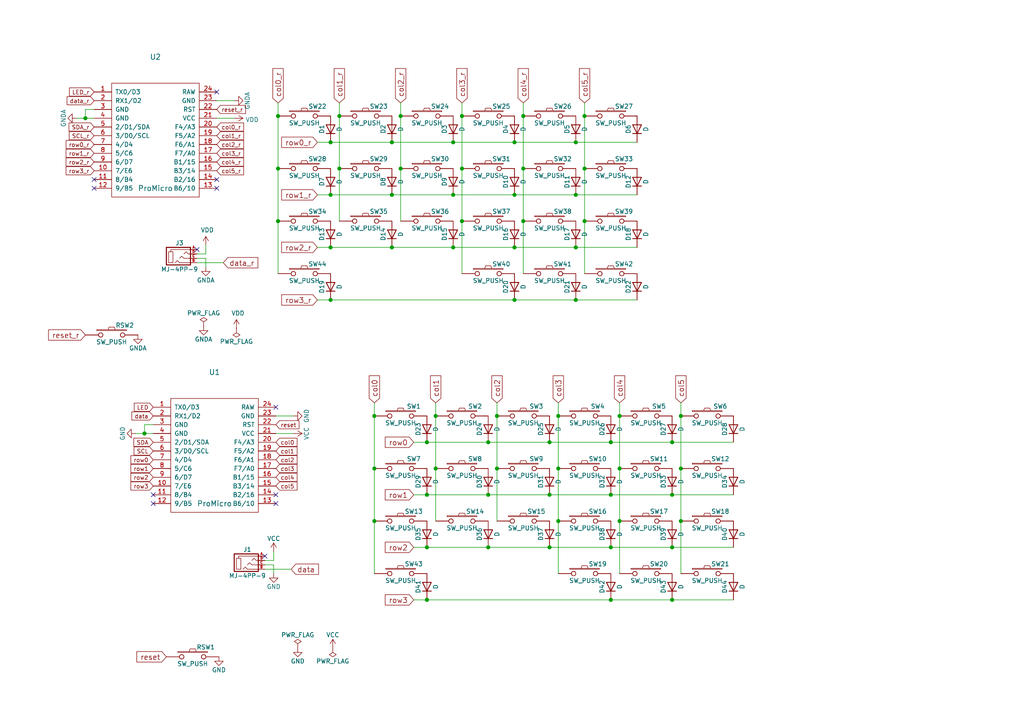
<source format=kicad_sch>
(kicad_sch (version 20210621) (generator eeschema)
  (paper "A4")
  (lib_symbols
    (symbol "Device:D" (pin_numbers hide) (pin_names (offset 1.016) hide)
      (property "Reference" "D" (at 0 2.54 0))
      (property "Value" "D" (at 0 -2.54 0))
      (symbol "D_0_1"
        (polyline (pts (xy -1.27 1.27) (xy -1.27 -1.27)) (stroke (width 0.254)))
        (polyline (pts (xy 1.27 0) (xy -1.27 0)))
        (polyline (pts (xy 1.27 1.27) (xy 1.27 -1.27) (xy -1.27 0) (xy 1.27 1.27)) (stroke (width 0.254)))
      )
      (symbol "D_1_1"
        (pin passive line (at -3.81 0 0) (length 2.54) (name "K") (number "1"))
        (pin passive line (at 3.81 0 180) (length 2.54) (name "A") (number "2"))
      )
    )
    (symbol "kbd:MJ-4PP-9" (pin_names (offset 1.016))
      (property "Reference" "J" (at 0 3.81 0))
      (property "Value" "MJ-4PP-9" (at 0 -3.81 0))
      (symbol "MJ-4PP-9_0_1"
        (rectangle (start -1.905 -1.905) (end -3.175 1.27))
        (rectangle (start 3.175 2.54) (end -3.81 -2.54) (stroke (width 0.3048)))
        (polyline (pts (xy -2.54 1.27) (xy -2.54 1.905) (xy 3.175 1.905)))
        (polyline (pts (xy -1.27 -1.905) (xy -0.635 -1.27) (xy 0 -1.905) (xy 3.175 -1.905)))
        (polyline (pts (xy 0 -0.635) (xy 0.635 0) (xy 1.27 -0.635) (xy 3.175 -0.635)))
        (polyline (pts (xy 1.27 0.635) (xy 1.905 1.27) (xy 2.54 0.635) (xy 3.175 0.635)))
      )
      (symbol "MJ-4PP-9_1_1"
        (pin input line (at 5.08 1.905 180) (length 2.0066) (name "~") (number "A"))
        (pin input line (at 5.08 -1.905 180) (length 2.0066) (name "~") (number "B"))
        (pin input line (at 5.08 -0.635 180) (length 2.0066) (name "~") (number "C"))
        (pin input line (at 5.08 0.635 180) (length 2.0066) (name "~") (number "D"))
      )
    )
    (symbol "kbd:ProMicro" (pin_names (offset 1.016))
      (property "Reference" "U" (at 0 19.05 0))
      (property "Value" "ProMicro" (at 0 -19.05 0))
      (symbol "ProMicro_0_1"
        (rectangle (start -12.7 16.51) (end 12.7 -16.51))
      )
      (symbol "ProMicro_1_1"
        (pin bidirectional line (at -17.78 13.97 0) (length 5.08) (name "TX0/D3") (number "1"))
        (pin bidirectional line (at -17.78 -8.89 0) (length 5.08) (name "7/E6") (number "10"))
        (pin bidirectional line (at -17.78 -11.43 0) (length 5.08) (name "8/B4") (number "11"))
        (pin bidirectional line (at -17.78 -13.97 0) (length 5.08) (name "9/B5") (number "12"))
        (pin bidirectional line (at 17.78 -13.97 180) (length 5.08) (name "B6/10") (number "13"))
        (pin bidirectional line (at 17.78 -11.43 180) (length 5.08) (name "B2/16") (number "14"))
        (pin bidirectional line (at 17.78 -8.89 180) (length 5.08) (name "B3/14") (number "15"))
        (pin bidirectional line (at 17.78 -6.35 180) (length 5.08) (name "B1/15") (number "16"))
        (pin bidirectional line (at 17.78 -3.81 180) (length 5.08) (name "F7/A0") (number "17"))
        (pin bidirectional line (at 17.78 -1.27 180) (length 5.08) (name "F6/A1") (number "18"))
        (pin bidirectional line (at 17.78 1.27 180) (length 5.08) (name "F5/A2") (number "19"))
        (pin bidirectional line (at -17.78 11.43 0) (length 5.08) (name "RX1/D2") (number "2"))
        (pin bidirectional line (at 17.78 3.81 180) (length 5.08) (name "F4/A3") (number "20"))
        (pin power_in line (at 17.78 6.35 180) (length 5.08) (name "VCC") (number "21"))
        (pin input line (at 17.78 8.89 180) (length 5.08) (name "RST") (number "22"))
        (pin power_in line (at 17.78 11.43 180) (length 5.08) (name "GND") (number "23"))
        (pin power_out line (at 17.78 13.97 180) (length 5.08) (name "RAW") (number "24"))
        (pin power_in line (at -17.78 8.89 0) (length 5.08) (name "GND") (number "3"))
        (pin power_in line (at -17.78 6.35 0) (length 5.08) (name "GND") (number "4"))
        (pin bidirectional line (at -17.78 3.81 0) (length 5.08) (name "2/D1/SDA") (number "5"))
        (pin bidirectional line (at -17.78 1.27 0) (length 5.08) (name "3/D0/SCL") (number "6"))
        (pin bidirectional line (at -17.78 -1.27 0) (length 5.08) (name "4/D4") (number "7"))
        (pin bidirectional line (at -17.78 -3.81 0) (length 5.08) (name "5/C6") (number "8"))
        (pin bidirectional line (at -17.78 -6.35 0) (length 5.08) (name "6/D7") (number "9"))
      )
    )
    (symbol "kbd:SW_PUSH" (pin_numbers hide) (pin_names (offset 1.016) hide)
      (property "Reference" "SW" (at 3.81 2.794 0))
      (property "Value" "SW_PUSH" (at 0 -2.032 0))
      (symbol "SW_PUSH_0_1"
        (rectangle (start -4.318 1.27) (end 4.318 1.524))
        (polyline (pts (xy -1.016 1.524) (xy -0.762 2.286) (xy 0.762 2.286) (xy 1.016 1.524)))
        (pin passive inverted (at -7.62 0 0) (length 5.08) (name "1") (number "1"))
        (pin passive inverted (at 7.62 0 180) (length 5.08) (name "2") (number "2"))
      )
    )
    (symbol "power:GND" (power) (pin_names (offset 0))
      (property "Value" "GND" (at 0 -3.81 0))
      (symbol "GND_0_1"
        (polyline (pts (xy 0 0) (xy 0 -1.27) (xy 1.27 -1.27) (xy 0 -2.54) (xy -1.27 -1.27) (xy 0 -1.27)))
      )
      (symbol "GND_1_1"
        (pin power_in line (at 0 0 270) (length 0) hide (name "GND") (number "1"))
      )
    )
    (symbol "power:GNDA" (power) (pin_names (offset 0))
      (property "Value" "GNDA" (at 0 -3.81 0))
      (symbol "GNDA_0_1"
        (polyline (pts (xy 0 0) (xy 0 -1.27) (xy 1.27 -1.27) (xy 0 -2.54) (xy -1.27 -1.27) (xy 0 -1.27)))
      )
      (symbol "GNDA_1_1"
        (pin power_in line (at 0 0 270) (length 0) hide (name "GNDA") (number "1"))
      )
    )
    (symbol "power:PWR_FLAG" (power) (pin_numbers hide) (pin_names (offset 0) hide)
      (property "Value" "PWR_FLAG" (at 0 3.81 0))
      (symbol "PWR_FLAG_0_0"
        (pin power_out line (at 0 0 90) (length 0) (name "pwr") (number "1"))
      )
      (symbol "PWR_FLAG_0_1"
        (polyline (pts (xy 0 0) (xy 0 1.27) (xy -1.016 1.905) (xy 0 2.54) (xy 1.016 1.905) (xy 0 1.27)))
      )
    )
    (symbol "power:VCC" (power) (pin_names (offset 0))
      (property "Value" "VCC" (at 0 3.81 0))
      (symbol "VCC_0_1"
        (polyline (pts (xy -0.762 1.27) (xy 0 2.54)))
        (polyline (pts (xy 0 0) (xy 0 2.54)))
        (polyline (pts (xy 0 2.54) (xy 0.762 1.27)))
      )
      (symbol "VCC_1_1"
        (pin power_in line (at 0 0 90) (length 0) hide (name "VCC") (number "1"))
      )
    )
    (symbol "power:VDD" (power) (pin_names (offset 0))
      (property "Value" "VDD" (at 0 3.81 0))
      (symbol "VDD_0_1"
        (polyline (pts (xy -0.762 1.27) (xy 0 2.54)))
        (polyline (pts (xy 0 0) (xy 0 2.54)))
        (polyline (pts (xy 0 2.54) (xy 0.762 1.27)))
      )
      (symbol "VDD_1_1"
        (pin power_in line (at 0 0 90) (length 0) hide (name "VDD") (number "1"))
      )
    )
  )
  (junction (at 24.765 34.29) (diameter 1.016))
  (junction (at 41.91 125.73) (diameter 1.016))
  (junction (at 80.645 33.655) (diameter 1.016))
  (junction (at 80.645 48.895) (diameter 1.016))
  (junction (at 80.645 64.135) (diameter 1.016))
  (junction (at 95.885 41.275) (diameter 1.016))
  (junction (at 95.885 56.515) (diameter 1.016))
  (junction (at 95.885 71.755) (diameter 1.016))
  (junction (at 95.885 86.995) (diameter 1.016))
  (junction (at 98.425 33.655) (diameter 1.016))
  (junction (at 98.425 48.895) (diameter 1.016))
  (junction (at 108.585 120.65) (diameter 1.016))
  (junction (at 108.585 135.89) (diameter 1.016))
  (junction (at 108.585 151.13) (diameter 1.016))
  (junction (at 113.665 41.275) (diameter 1.016))
  (junction (at 113.665 56.515) (diameter 1.016))
  (junction (at 113.665 71.755) (diameter 1.016))
  (junction (at 116.205 33.655) (diameter 1.016))
  (junction (at 116.205 48.895) (diameter 1.016))
  (junction (at 123.825 128.27) (diameter 1.016))
  (junction (at 123.825 143.51) (diameter 1.016))
  (junction (at 123.825 158.75) (diameter 1.016))
  (junction (at 123.825 173.99) (diameter 1.016))
  (junction (at 126.365 120.65) (diameter 1.016))
  (junction (at 126.365 135.89) (diameter 1.016))
  (junction (at 131.445 41.275) (diameter 1.016))
  (junction (at 131.445 56.515) (diameter 1.016))
  (junction (at 131.445 71.755) (diameter 1.016))
  (junction (at 133.985 33.655) (diameter 1.016))
  (junction (at 133.985 48.895) (diameter 1.016))
  (junction (at 133.985 64.135) (diameter 1.016))
  (junction (at 141.605 128.27) (diameter 1.016))
  (junction (at 141.605 143.51) (diameter 1.016))
  (junction (at 141.605 158.75) (diameter 1.016))
  (junction (at 144.145 120.65) (diameter 1.016))
  (junction (at 144.145 135.89) (diameter 1.016))
  (junction (at 149.225 41.275) (diameter 1.016))
  (junction (at 149.225 56.515) (diameter 1.016))
  (junction (at 149.225 71.755) (diameter 1.016))
  (junction (at 149.225 86.995) (diameter 1.016))
  (junction (at 151.765 33.655) (diameter 1.016))
  (junction (at 151.765 48.895) (diameter 1.016))
  (junction (at 151.765 64.135) (diameter 1.016))
  (junction (at 159.385 128.27) (diameter 1.016))
  (junction (at 159.385 143.51) (diameter 1.016))
  (junction (at 159.385 158.75) (diameter 1.016))
  (junction (at 161.925 120.65) (diameter 1.016))
  (junction (at 161.925 135.89) (diameter 1.016))
  (junction (at 161.925 151.13) (diameter 1.016))
  (junction (at 167.005 41.275) (diameter 1.016))
  (junction (at 167.005 56.515) (diameter 1.016))
  (junction (at 167.005 71.755) (diameter 1.016))
  (junction (at 167.005 86.995) (diameter 1.016))
  (junction (at 169.545 33.655) (diameter 1.016))
  (junction (at 169.545 48.895) (diameter 1.016))
  (junction (at 169.545 64.135) (diameter 1.016))
  (junction (at 177.165 128.27) (diameter 1.016))
  (junction (at 177.165 143.51) (diameter 1.016))
  (junction (at 177.165 158.75) (diameter 1.016))
  (junction (at 177.165 173.99) (diameter 1.016))
  (junction (at 179.705 120.65) (diameter 1.016))
  (junction (at 179.705 135.89) (diameter 1.016))
  (junction (at 179.705 151.13) (diameter 1.016))
  (junction (at 194.945 128.27) (diameter 1.016))
  (junction (at 194.945 143.51) (diameter 1.016))
  (junction (at 194.945 158.75) (diameter 1.016))
  (junction (at 194.945 173.99) (diameter 1.016))
  (junction (at 197.485 120.65) (diameter 1.016))
  (junction (at 197.485 135.89) (diameter 1.016))
  (junction (at 197.485 151.13) (diameter 1.016))
  (no_connect (at 27.305 52.07))
  (no_connect (at 27.305 54.61))
  (no_connect (at 44.45 143.51))
  (no_connect (at 44.45 146.05))
  (no_connect (at 57.15 72.39))
  (no_connect (at 62.865 26.67))
  (no_connect (at 62.865 52.07))
  (no_connect (at 62.865 54.61))
  (no_connect (at 76.835 161.29))
  (no_connect (at 80.01 118.11))
  (no_connect (at 80.01 143.51))
  (no_connect (at 80.01 146.05))
  (wire (pts (xy 22.225 34.29) (xy 24.765 34.29)))
  (wire (pts (xy 24.765 31.75) (xy 24.765 34.29)))
  (wire (pts (xy 24.765 34.29) (xy 27.305 34.29)))
  (wire (pts (xy 27.305 31.75) (xy 24.765 31.75)))
  (wire (pts (xy 39.37 125.73) (xy 41.91 125.73)))
  (wire (pts (xy 41.91 123.19) (xy 41.91 125.73)))
  (wire (pts (xy 41.91 125.73) (xy 44.45 125.73)))
  (wire (pts (xy 44.45 123.19) (xy 41.91 123.19)))
  (wire (pts (xy 57.15 73.66) (xy 59.69 73.66)))
  (wire (pts (xy 57.15 74.93) (xy 59.69 74.93)))
  (wire (pts (xy 57.15 76.2) (xy 64.77 76.2)))
  (wire (pts (xy 59.69 73.66) (xy 59.69 71.12)))
  (wire (pts (xy 59.69 74.93) (xy 59.69 77.47)))
  (wire (pts (xy 62.865 29.21) (xy 67.945 29.21)))
  (wire (pts (xy 62.865 34.29) (xy 67.945 34.29)))
  (wire (pts (xy 76.835 162.56) (xy 79.375 162.56)))
  (wire (pts (xy 76.835 163.83) (xy 79.375 163.83)))
  (wire (pts (xy 76.835 165.1) (xy 84.455 165.1)))
  (wire (pts (xy 79.375 162.56) (xy 79.375 160.02)))
  (wire (pts (xy 79.375 163.83) (xy 79.375 166.37)))
  (wire (pts (xy 80.01 120.65) (xy 85.09 120.65)))
  (wire (pts (xy 80.01 125.73) (xy 85.09 125.73)))
  (wire (pts (xy 80.645 29.845) (xy 80.645 33.655)))
  (wire (pts (xy 80.645 33.655) (xy 80.645 48.895)))
  (wire (pts (xy 80.645 48.895) (xy 80.645 64.135)))
  (wire (pts (xy 80.645 64.135) (xy 80.645 79.375)))
  (wire (pts (xy 92.075 41.275) (xy 95.885 41.275)))
  (wire (pts (xy 92.075 56.515) (xy 95.885 56.515)))
  (wire (pts (xy 92.075 71.755) (xy 95.885 71.755)))
  (wire (pts (xy 92.075 86.995) (xy 95.885 86.995)))
  (wire (pts (xy 95.885 41.275) (xy 113.665 41.275)))
  (wire (pts (xy 95.885 56.515) (xy 113.665 56.515)))
  (wire (pts (xy 95.885 71.755) (xy 113.665 71.755)))
  (wire (pts (xy 95.885 86.995) (xy 149.225 86.995)))
  (wire (pts (xy 98.425 29.845) (xy 98.425 33.655)))
  (wire (pts (xy 98.425 33.655) (xy 98.425 48.895)))
  (wire (pts (xy 98.425 48.895) (xy 98.425 64.135)))
  (wire (pts (xy 108.585 116.84) (xy 108.585 120.65)))
  (wire (pts (xy 108.585 120.65) (xy 108.585 135.89)))
  (wire (pts (xy 108.585 135.89) (xy 108.585 151.13)))
  (wire (pts (xy 108.585 151.13) (xy 108.585 166.37)))
  (wire (pts (xy 113.665 41.275) (xy 131.445 41.275)))
  (wire (pts (xy 113.665 56.515) (xy 131.445 56.515)))
  (wire (pts (xy 113.665 71.755) (xy 131.445 71.755)))
  (wire (pts (xy 116.205 29.845) (xy 116.205 33.655)))
  (wire (pts (xy 116.205 33.655) (xy 116.205 48.895)))
  (wire (pts (xy 116.205 48.895) (xy 116.205 64.135)))
  (wire (pts (xy 120.015 128.27) (xy 123.825 128.27)))
  (wire (pts (xy 120.015 143.51) (xy 123.825 143.51)))
  (wire (pts (xy 120.015 158.75) (xy 123.825 158.75)))
  (wire (pts (xy 120.015 173.99) (xy 123.825 173.99)))
  (wire (pts (xy 123.825 128.27) (xy 141.605 128.27)))
  (wire (pts (xy 123.825 143.51) (xy 141.605 143.51)))
  (wire (pts (xy 123.825 158.75) (xy 141.605 158.75)))
  (wire (pts (xy 123.825 173.99) (xy 177.165 173.99)))
  (wire (pts (xy 126.365 116.84) (xy 126.365 120.65)))
  (wire (pts (xy 126.365 120.65) (xy 126.365 135.89)))
  (wire (pts (xy 126.365 135.89) (xy 126.365 151.13)))
  (wire (pts (xy 131.445 41.275) (xy 149.225 41.275)))
  (wire (pts (xy 131.445 56.515) (xy 149.225 56.515)))
  (wire (pts (xy 131.445 71.755) (xy 149.225 71.755)))
  (wire (pts (xy 133.985 29.845) (xy 133.985 33.655)))
  (wire (pts (xy 133.985 33.655) (xy 133.985 48.895)))
  (wire (pts (xy 133.985 48.895) (xy 133.985 64.135)))
  (wire (pts (xy 133.985 64.135) (xy 133.985 79.375)))
  (wire (pts (xy 141.605 128.27) (xy 159.385 128.27)))
  (wire (pts (xy 141.605 143.51) (xy 159.385 143.51)))
  (wire (pts (xy 141.605 158.75) (xy 159.385 158.75)))
  (wire (pts (xy 144.145 116.84) (xy 144.145 120.65)))
  (wire (pts (xy 144.145 120.65) (xy 144.145 135.89)))
  (wire (pts (xy 144.145 135.89) (xy 144.145 151.13)))
  (wire (pts (xy 149.225 41.275) (xy 167.005 41.275)))
  (wire (pts (xy 149.225 56.515) (xy 167.005 56.515)))
  (wire (pts (xy 149.225 71.755) (xy 167.005 71.755)))
  (wire (pts (xy 149.225 86.995) (xy 167.005 86.995)))
  (wire (pts (xy 151.765 29.845) (xy 151.765 33.655)))
  (wire (pts (xy 151.765 33.655) (xy 151.765 48.895)))
  (wire (pts (xy 151.765 48.895) (xy 151.765 64.135)))
  (wire (pts (xy 151.765 64.135) (xy 151.765 79.375)))
  (wire (pts (xy 159.385 128.27) (xy 177.165 128.27)))
  (wire (pts (xy 159.385 143.51) (xy 177.165 143.51)))
  (wire (pts (xy 159.385 158.75) (xy 177.165 158.75)))
  (wire (pts (xy 161.925 116.84) (xy 161.925 120.65)))
  (wire (pts (xy 161.925 120.65) (xy 161.925 135.89)))
  (wire (pts (xy 161.925 135.89) (xy 161.925 151.13)))
  (wire (pts (xy 161.925 151.13) (xy 161.925 166.37)))
  (wire (pts (xy 167.005 41.275) (xy 184.785 41.275)))
  (wire (pts (xy 167.005 56.515) (xy 184.785 56.515)))
  (wire (pts (xy 167.005 71.755) (xy 184.785 71.755)))
  (wire (pts (xy 167.005 86.995) (xy 184.785 86.995)))
  (wire (pts (xy 169.545 29.845) (xy 169.545 33.655)))
  (wire (pts (xy 169.545 33.655) (xy 169.545 48.895)))
  (wire (pts (xy 169.545 48.895) (xy 169.545 64.135)))
  (wire (pts (xy 169.545 64.135) (xy 169.545 79.375)))
  (wire (pts (xy 177.165 128.27) (xy 194.945 128.27)))
  (wire (pts (xy 177.165 143.51) (xy 194.945 143.51)))
  (wire (pts (xy 177.165 158.75) (xy 194.945 158.75)))
  (wire (pts (xy 177.165 173.99) (xy 194.945 173.99)))
  (wire (pts (xy 179.705 116.84) (xy 179.705 120.65)))
  (wire (pts (xy 179.705 120.65) (xy 179.705 135.89)))
  (wire (pts (xy 179.705 135.89) (xy 179.705 151.13)))
  (wire (pts (xy 179.705 151.13) (xy 179.705 166.37)))
  (wire (pts (xy 194.945 128.27) (xy 212.725 128.27)))
  (wire (pts (xy 194.945 143.51) (xy 212.725 143.51)))
  (wire (pts (xy 194.945 158.75) (xy 212.725 158.75)))
  (wire (pts (xy 194.945 173.99) (xy 212.725 173.99)))
  (wire (pts (xy 197.485 116.84) (xy 197.485 120.65)))
  (wire (pts (xy 197.485 120.65) (xy 197.485 135.89)))
  (wire (pts (xy 197.485 135.89) (xy 197.485 151.13)))
  (wire (pts (xy 197.485 151.13) (xy 197.485 166.37)))
  (global_label "reset_r" (shape input) (at 24.765 97.155 180) (effects (font (size 1.524 1.524))) (property "Intersheet References" "${INTERSHEET_REFS}" (effects hide)))
  (global_label "LED_r" (shape input) (at 27.305 26.67 180) (effects (font (size 1.1938 1.1938))) (property "Intersheet References" "${INTERSHEET_REFS}" (effects hide)))
  (global_label "data_r" (shape input) (at 27.305 29.21 180) (effects (font (size 1.1938 1.1938))) (property "Intersheet References" "${INTERSHEET_REFS}" (effects hide)))
  (global_label "SDA_r" (shape input) (at 27.305 36.83 180) (effects (font (size 1.1938 1.1938))) (property "Intersheet References" "${INTERSHEET_REFS}" (effects hide)))
  (global_label "SCL_r" (shape input) (at 27.305 39.37 180) (effects (font (size 1.1938 1.1938))) (property "Intersheet References" "${INTERSHEET_REFS}" (effects hide)))
  (global_label "row0_r" (shape input) (at 27.305 41.91 180) (effects (font (size 1.1938 1.1938))) (property "Intersheet References" "${INTERSHEET_REFS}" (effects hide)))
  (global_label "row1_r" (shape input) (at 27.305 44.45 180) (effects (font (size 1.1938 1.1938))) (property "Intersheet References" "${INTERSHEET_REFS}" (effects hide)))
  (global_label "row2_r" (shape input) (at 27.305 46.99 180) (effects (font (size 1.1938 1.1938))) (property "Intersheet References" "${INTERSHEET_REFS}" (effects hide)))
  (global_label "row3_r" (shape input) (at 27.305 49.53 180) (effects (font (size 1.1938 1.1938))) (property "Intersheet References" "${INTERSHEET_REFS}" (effects hide)))
  (global_label "LED" (shape input) (at 44.45 118.11 180) (effects (font (size 1.1938 1.1938))) (property "Intersheet References" "${INTERSHEET_REFS}" (effects hide)))
  (global_label "data" (shape input) (at 44.45 120.65 180) (effects (font (size 1.1938 1.1938))) (property "Intersheet References" "${INTERSHEET_REFS}" (effects hide)))
  (global_label "SDA" (shape input) (at 44.45 128.27 180) (effects (font (size 1.1938 1.1938))) (property "Intersheet References" "${INTERSHEET_REFS}" (effects hide)))
  (global_label "SCL" (shape input) (at 44.45 130.81 180) (effects (font (size 1.1938 1.1938))) (property "Intersheet References" "${INTERSHEET_REFS}" (effects hide)))
  (global_label "row0" (shape input) (at 44.45 133.35 180) (effects (font (size 1.1938 1.1938))) (property "Intersheet References" "${INTERSHEET_REFS}" (effects hide)))
  (global_label "row1" (shape input) (at 44.45 135.89 180) (effects (font (size 1.1938 1.1938))) (property "Intersheet References" "${INTERSHEET_REFS}" (effects hide)))
  (global_label "row2" (shape input) (at 44.45 138.43 180) (effects (font (size 1.1938 1.1938))) (property "Intersheet References" "${INTERSHEET_REFS}" (effects hide)))
  (global_label "row3" (shape input) (at 44.45 140.97 180) (effects (font (size 1.1938 1.1938))) (property "Intersheet References" "${INTERSHEET_REFS}" (effects hide)))
  (global_label "reset" (shape input) (at 48.26 190.5 180) (effects (font (size 1.524 1.524))) (property "Intersheet References" "${INTERSHEET_REFS}" (effects hide)))
  (global_label "reset_r" (shape input) (at 62.865 31.75 0) (effects (font (size 1.1938 1.1938))) (property "Intersheet References" "${INTERSHEET_REFS}" (effects hide)))
  (global_label "col0_r" (shape input) (at 62.865 36.83 0) (effects (font (size 1.1938 1.1938))) (property "Intersheet References" "${INTERSHEET_REFS}" (effects hide)))
  (global_label "col1_r" (shape input) (at 62.865 39.37 0) (effects (font (size 1.1938 1.1938))) (property "Intersheet References" "${INTERSHEET_REFS}" (effects hide)))
  (global_label "col2_r" (shape input) (at 62.865 41.91 0) (effects (font (size 1.1938 1.1938))) (property "Intersheet References" "${INTERSHEET_REFS}" (effects hide)))
  (global_label "col3_r" (shape input) (at 62.865 44.45 0) (effects (font (size 1.1938 1.1938))) (property "Intersheet References" "${INTERSHEET_REFS}" (effects hide)))
  (global_label "col4_r" (shape input) (at 62.865 46.99 0) (effects (font (size 1.1938 1.1938))) (property "Intersheet References" "${INTERSHEET_REFS}" (effects hide)))
  (global_label "col5_r" (shape input) (at 62.865 49.53 0) (effects (font (size 1.1938 1.1938))) (property "Intersheet References" "${INTERSHEET_REFS}" (effects hide)))
  (global_label "data_r" (shape input) (at 64.77 76.2 0) (effects (font (size 1.524 1.524))) (property "Intersheet References" "${INTERSHEET_REFS}" (effects hide)))
  (global_label "reset" (shape input) (at 80.01 123.19 0) (effects (font (size 1.1938 1.1938))) (property "Intersheet References" "${INTERSHEET_REFS}" (effects hide)))
  (global_label "col0" (shape input) (at 80.01 128.27 0) (effects (font (size 1.1938 1.1938))) (property "Intersheet References" "${INTERSHEET_REFS}" (effects hide)))
  (global_label "col1" (shape input) (at 80.01 130.81 0) (effects (font (size 1.1938 1.1938))) (property "Intersheet References" "${INTERSHEET_REFS}" (effects hide)))
  (global_label "col2" (shape input) (at 80.01 133.35 0) (effects (font (size 1.1938 1.1938))) (property "Intersheet References" "${INTERSHEET_REFS}" (effects hide)))
  (global_label "col3" (shape input) (at 80.01 135.89 0) (effects (font (size 1.1938 1.1938))) (property "Intersheet References" "${INTERSHEET_REFS}" (effects hide)))
  (global_label "col4" (shape input) (at 80.01 138.43 0) (effects (font (size 1.1938 1.1938))) (property "Intersheet References" "${INTERSHEET_REFS}" (effects hide)))
  (global_label "col5" (shape input) (at 80.01 140.97 0) (effects (font (size 1.1938 1.1938))) (property "Intersheet References" "${INTERSHEET_REFS}" (effects hide)))
  (global_label "col0_r" (shape input) (at 80.645 29.845 90) (effects (font (size 1.524 1.524))) (property "Intersheet References" "${INTERSHEET_REFS}" (effects hide)))
  (global_label "data" (shape input) (at 84.455 165.1 0) (effects (font (size 1.524 1.524))) (property "Intersheet References" "${INTERSHEET_REFS}" (effects hide)))
  (global_label "row0_r" (shape input) (at 92.075 41.275 180) (effects (font (size 1.524 1.524))) (property "Intersheet References" "${INTERSHEET_REFS}" (effects hide)))
  (global_label "row1_r" (shape input) (at 92.075 56.515 180) (effects (font (size 1.524 1.524))) (property "Intersheet References" "${INTERSHEET_REFS}" (effects hide)))
  (global_label "row2_r" (shape input) (at 92.075 71.755 180) (effects (font (size 1.524 1.524))) (property "Intersheet References" "${INTERSHEET_REFS}" (effects hide)))
  (global_label "row3_r" (shape input) (at 92.075 86.995 180) (effects (font (size 1.524 1.524))) (property "Intersheet References" "${INTERSHEET_REFS}" (effects hide)))
  (global_label "col1_r" (shape input) (at 98.425 29.845 90) (effects (font (size 1.524 1.524))) (property "Intersheet References" "${INTERSHEET_REFS}" (effects hide)))
  (global_label "col0" (shape input) (at 108.585 116.84 90) (effects (font (size 1.524 1.524))) (property "Intersheet References" "${INTERSHEET_REFS}" (effects hide)))
  (global_label "col2_r" (shape input) (at 116.205 29.845 90) (effects (font (size 1.524 1.524))) (property "Intersheet References" "${INTERSHEET_REFS}" (effects hide)))
  (global_label "row0" (shape input) (at 120.015 128.27 180) (effects (font (size 1.524 1.524))) (property "Intersheet References" "${INTERSHEET_REFS}" (effects hide)))
  (global_label "row1" (shape input) (at 120.015 143.51 180) (effects (font (size 1.524 1.524))) (property "Intersheet References" "${INTERSHEET_REFS}" (effects hide)))
  (global_label "row2" (shape input) (at 120.015 158.75 180) (effects (font (size 1.524 1.524))) (property "Intersheet References" "${INTERSHEET_REFS}" (effects hide)))
  (global_label "row3" (shape input) (at 120.015 173.99 180) (effects (font (size 1.524 1.524))) (property "Intersheet References" "${INTERSHEET_REFS}" (effects hide)))
  (global_label "col1" (shape input) (at 126.365 116.84 90) (effects (font (size 1.524 1.524))) (property "Intersheet References" "${INTERSHEET_REFS}" (effects hide)))
  (global_label "col3_r" (shape input) (at 133.985 29.845 90) (effects (font (size 1.524 1.524))) (property "Intersheet References" "${INTERSHEET_REFS}" (effects hide)))
  (global_label "col2" (shape input) (at 144.145 116.84 90) (effects (font (size 1.524 1.524))) (property "Intersheet References" "${INTERSHEET_REFS}" (effects hide)))
  (global_label "col4_r" (shape input) (at 151.765 29.845 90) (effects (font (size 1.524 1.524))) (property "Intersheet References" "${INTERSHEET_REFS}" (effects hide)))
  (global_label "col3" (shape input) (at 161.925 116.84 90) (effects (font (size 1.524 1.524))) (property "Intersheet References" "${INTERSHEET_REFS}" (effects hide)))
  (global_label "col5_r" (shape input) (at 169.545 29.845 90) (effects (font (size 1.524 1.524))) (property "Intersheet References" "${INTERSHEET_REFS}" (effects hide)))
  (global_label "col4" (shape input) (at 179.705 116.84 90) (effects (font (size 1.524 1.524))) (property "Intersheet References" "${INTERSHEET_REFS}" (effects hide)))
  (global_label "col5" (shape input) (at 197.485 116.84 90) (effects (font (size 1.524 1.524))) (property "Intersheet References" "${INTERSHEET_REFS}" (effects hide)))
  (symbol (lib_id "power:VDD") (at 59.69 71.12 0) (unit 1)
    (property "Reference" "#PWR0108" (effects hide))
    (property "Value" "VDD" (at 60.1218 66.7258 0))
  )
  (symbol (lib_id "power:VDD") (at 67.945 34.29 270) (unit 1)
    (property "Reference" "#PWR0101" (effects hide))
    (property "Value" "VDD" (at 71.1962 34.7218 90) (effects (justify left)))
  )
  (symbol (lib_id "power:VDD") (at 68.58 95.25 0) (unit 1)
    (property "Reference" "#PWR0104" (effects hide))
    (property "Value" "VDD" (at 69.0118 90.8558 0))
  )
  (symbol (lib_id "power:VCC") (at 79.375 160.02 0) (unit 1)
    (property "Reference" "#PWR0109" (effects hide))
    (property "Value" "VCC" (at 79.375 156.21 0))
  )
  (symbol (lib_id "power:VCC") (at 85.09 125.73 270) (unit 1)
    (property "Reference" "#PWR0114" (effects hide))
    (property "Value" "VCC" (at 88.9 125.73 0))
  )
  (symbol (lib_id "power:VCC") (at 96.52 187.96 0) (unit 1)
    (property "Reference" "#PWR0110" (effects hide))
    (property "Value" "VCC" (at 96.52 184.15 0))
  )
  (symbol (lib_id "power:PWR_FLAG") (at 59.055 94.615 0) (unit 1)
    (property "Reference" "#FLG0101" (effects hide))
    (property "Value" "PWR_FLAG" (at 59.055 90.805 0))
  )
  (symbol (lib_id "power:PWR_FLAG") (at 68.58 95.25 180) (unit 1)
    (property "Reference" "#FLG0102" (effects hide))
    (property "Value" "PWR_FLAG" (at 68.58 99.06 0))
  )
  (symbol (lib_id "power:PWR_FLAG") (at 86.36 187.96 0) (unit 1)
    (property "Reference" "#FLG0103" (effects hide))
    (property "Value" "PWR_FLAG" (at 86.36 184.15 0))
  )
  (symbol (lib_id "power:PWR_FLAG") (at 96.52 187.96 180) (unit 1)
    (property "Reference" "#FLG0104" (effects hide))
    (property "Value" "PWR_FLAG" (at 96.52 191.77 0))
  )
  (symbol (lib_id "power:GNDA") (at 22.225 34.29 270) (unit 1)
    (property "Reference" "#PWR0105" (effects hide))
    (property "Value" "GNDA" (at 18.415 34.29 0))
  )
  (symbol (lib_id "power:GND") (at 39.37 125.73 270) (unit 1)
    (property "Reference" "#PWR0116" (effects hide))
    (property "Value" "GND" (at 35.56 125.73 0))
  )
  (symbol (lib_id "power:GNDA") (at 40.005 97.155 0) (unit 1)
    (property "Reference" "#PWR0106" (effects hide))
    (property "Value" "GNDA" (at 40.005 100.965 0))
  )
  (symbol (lib_id "power:GNDA") (at 59.055 94.615 0) (unit 1)
    (property "Reference" "#PWR0107" (effects hide))
    (property "Value" "GNDA" (at 59.055 98.425 0))
  )
  (symbol (lib_id "power:GNDA") (at 59.69 77.47 0) (unit 1)
    (property "Reference" "#PWR0103" (effects hide))
    (property "Value" "GNDA" (at 59.69 81.28 0))
  )
  (symbol (lib_id "power:GND") (at 63.5 190.5 0) (unit 1)
    (property "Reference" "#PWR0113" (effects hide))
    (property "Value" "GND" (at 63.5 194.31 0))
  )
  (symbol (lib_id "power:GNDA") (at 67.945 29.21 90) (unit 1)
    (property "Reference" "#PWR0102" (effects hide))
    (property "Value" "GNDA" (at 71.755 29.21 0))
  )
  (symbol (lib_id "power:GND") (at 79.375 166.37 0) (unit 1)
    (property "Reference" "#PWR0111" (effects hide))
    (property "Value" "GND" (at 79.375 170.18 0))
  )
  (symbol (lib_id "power:GND") (at 85.09 120.65 90) (unit 1)
    (property "Reference" "#PWR0115" (effects hide))
    (property "Value" "GND" (at 88.9 120.65 0))
  )
  (symbol (lib_id "power:GND") (at 86.36 187.96 0) (unit 1)
    (property "Reference" "#PWR0112" (effects hide))
    (property "Value" "GND" (at 86.36 191.77 0))
  )
  (symbol (lib_id "Device:D") (at 95.885 37.465 90) (unit 1)
    (property "Reference" "D1" (at 93.345 37.465 0))
    (property "Value" "D" (at 98.425 37.465 0))
    (property "Footprint" "kbd:D3_SMD_v2" (effects hide))
  )
  (symbol (lib_id "Device:D") (at 95.885 52.705 90) (unit 1)
    (property "Reference" "D7" (at 93.345 52.705 0))
    (property "Value" "D" (at 98.425 52.705 0))
    (property "Footprint" "kbd:D3_SMD_v2" (effects hide))
  )
  (symbol (lib_id "Device:D") (at 95.885 67.945 90) (unit 1)
    (property "Reference" "D13" (at 93.345 67.945 0))
    (property "Value" "D" (at 98.425 67.945 0))
    (property "Footprint" "kbd:D3_SMD_v2" (effects hide))
  )
  (symbol (lib_id "Device:D") (at 95.885 83.185 90) (unit 1)
    (property "Reference" "D19" (at 93.345 83.185 0))
    (property "Value" "D" (at 98.425 83.185 0))
    (property "Footprint" "kbd:D3_SMD_v2" (effects hide))
  )
  (symbol (lib_id "Device:D") (at 113.665 37.465 90) (unit 1)
    (property "Reference" "D2" (at 111.125 37.465 0))
    (property "Value" "D" (at 116.205 37.465 0))
    (property "Footprint" "kbd:D3_SMD_v2" (effects hide))
  )
  (symbol (lib_id "Device:D") (at 113.665 52.705 90) (unit 1)
    (property "Reference" "D8" (at 111.125 52.705 0))
    (property "Value" "D" (at 116.205 52.705 0))
    (property "Footprint" "kbd:D3_SMD_v2" (effects hide))
  )
  (symbol (lib_id "Device:D") (at 113.665 67.945 90) (unit 1)
    (property "Reference" "D14" (at 111.125 67.945 0))
    (property "Value" "D" (at 116.205 67.945 0))
    (property "Footprint" "kbd:D3_SMD_v2" (effects hide))
  )
  (symbol (lib_id "Device:D") (at 123.825 124.46 90) (unit 1)
    (property "Reference" "D23" (at 121.285 124.46 0))
    (property "Value" "D" (at 126.365 124.46 0))
    (property "Footprint" "kbd:D3_SMD_v2" (effects hide))
  )
  (symbol (lib_id "Device:D") (at 123.825 139.7 90) (unit 1)
    (property "Reference" "D29" (at 121.285 139.7 0))
    (property "Value" "D" (at 126.365 139.7 0))
    (property "Footprint" "kbd:D3_SMD_v2" (effects hide))
  )
  (symbol (lib_id "Device:D") (at 123.825 154.94 90) (unit 1)
    (property "Reference" "D35" (at 121.285 154.94 0))
    (property "Value" "D" (at 126.365 154.94 0))
    (property "Footprint" "kbd:D3_SMD_v2" (effects hide))
  )
  (symbol (lib_id "Device:D") (at 123.825 170.18 90) (unit 1)
    (property "Reference" "D41" (at 121.285 170.18 0))
    (property "Value" "D" (at 126.365 170.18 0))
    (property "Footprint" "kbd:D3_SMD_v2" (effects hide))
  )
  (symbol (lib_id "Device:D") (at 131.445 37.465 90) (unit 1)
    (property "Reference" "D3" (at 128.905 37.465 0))
    (property "Value" "D" (at 133.985 37.465 0))
    (property "Footprint" "kbd:D3_SMD_v2" (effects hide))
  )
  (symbol (lib_id "Device:D") (at 131.445 52.705 90) (unit 1)
    (property "Reference" "D9" (at 128.905 52.705 0))
    (property "Value" "D" (at 133.985 52.705 0))
    (property "Footprint" "kbd:D3_SMD_v2" (effects hide))
  )
  (symbol (lib_id "Device:D") (at 131.445 67.945 90) (unit 1)
    (property "Reference" "D15" (at 128.905 67.945 0))
    (property "Value" "D" (at 133.985 67.945 0))
    (property "Footprint" "kbd:D3_SMD_v2" (effects hide))
  )
  (symbol (lib_id "Device:D") (at 141.605 124.46 90) (unit 1)
    (property "Reference" "D24" (at 139.065 124.46 0))
    (property "Value" "D" (at 144.145 124.46 0))
    (property "Footprint" "kbd:D3_SMD_v2" (effects hide))
  )
  (symbol (lib_id "Device:D") (at 141.605 139.7 90) (unit 1)
    (property "Reference" "D30" (at 139.065 139.7 0))
    (property "Value" "D" (at 144.145 139.7 0))
    (property "Footprint" "kbd:D3_SMD_v2" (effects hide))
  )
  (symbol (lib_id "Device:D") (at 141.605 154.94 90) (unit 1)
    (property "Reference" "D36" (at 139.065 154.94 0))
    (property "Value" "D" (at 144.145 154.94 0))
    (property "Footprint" "kbd:D3_SMD_v2" (effects hide))
  )
  (symbol (lib_id "Device:D") (at 149.225 37.465 90) (unit 1)
    (property "Reference" "D4" (at 146.685 37.465 0))
    (property "Value" "D" (at 151.765 37.465 0))
    (property "Footprint" "kbd:D3_SMD_v2" (effects hide))
  )
  (symbol (lib_id "Device:D") (at 149.225 52.705 90) (unit 1)
    (property "Reference" "D10" (at 146.685 52.705 0))
    (property "Value" "D" (at 151.765 52.705 0))
    (property "Footprint" "kbd:D3_SMD_v2" (effects hide))
  )
  (symbol (lib_id "Device:D") (at 149.225 67.945 90) (unit 1)
    (property "Reference" "D16" (at 146.685 67.945 0))
    (property "Value" "D" (at 151.765 67.945 0))
    (property "Footprint" "kbd:D3_SMD_v2" (effects hide))
  )
  (symbol (lib_id "Device:D") (at 149.225 83.185 90) (unit 1)
    (property "Reference" "D20" (at 146.685 83.185 0))
    (property "Value" "D" (at 151.765 83.185 0))
    (property "Footprint" "kbd:D3_SMD_v2" (effects hide))
  )
  (symbol (lib_id "Device:D") (at 159.385 124.46 90) (unit 1)
    (property "Reference" "D25" (at 156.845 124.46 0))
    (property "Value" "D" (at 161.925 124.46 0))
    (property "Footprint" "kbd:D3_SMD_v2" (effects hide))
  )
  (symbol (lib_id "Device:D") (at 159.385 139.7 90) (unit 1)
    (property "Reference" "D31" (at 156.845 139.7 0))
    (property "Value" "D" (at 161.925 139.7 0))
    (property "Footprint" "kbd:D3_SMD_v2" (effects hide))
  )
  (symbol (lib_id "Device:D") (at 159.385 154.94 90) (unit 1)
    (property "Reference" "D37" (at 156.845 154.94 0))
    (property "Value" "D" (at 161.925 154.94 0))
    (property "Footprint" "kbd:D3_SMD_v2" (effects hide))
  )
  (symbol (lib_id "Device:D") (at 167.005 37.465 90) (unit 1)
    (property "Reference" "D5" (at 164.465 37.465 0))
    (property "Value" "D" (at 169.545 37.465 0))
    (property "Footprint" "kbd:D3_SMD_v2" (effects hide))
  )
  (symbol (lib_id "Device:D") (at 167.005 52.705 90) (unit 1)
    (property "Reference" "D11" (at 164.465 52.705 0))
    (property "Value" "D" (at 169.545 52.705 0))
    (property "Footprint" "kbd:D3_SMD_v2" (effects hide))
  )
  (symbol (lib_id "Device:D") (at 167.005 67.945 90) (unit 1)
    (property "Reference" "D17" (at 164.465 67.945 0))
    (property "Value" "D" (at 169.545 67.945 0))
    (property "Footprint" "kbd:D3_SMD_v2" (effects hide))
  )
  (symbol (lib_id "Device:D") (at 167.005 83.185 90) (unit 1)
    (property "Reference" "D21" (at 164.465 83.185 0))
    (property "Value" "D" (at 169.545 83.185 0))
    (property "Footprint" "kbd:D3_SMD_v2" (effects hide))
  )
  (symbol (lib_id "Device:D") (at 177.165 124.46 90) (unit 1)
    (property "Reference" "D26" (at 174.625 124.46 0))
    (property "Value" "D" (at 179.705 124.46 0))
    (property "Footprint" "kbd:D3_SMD_v2" (effects hide))
  )
  (symbol (lib_id "Device:D") (at 177.165 139.7 90) (unit 1)
    (property "Reference" "D32" (at 174.625 139.7 0))
    (property "Value" "D" (at 179.705 139.7 0))
    (property "Footprint" "kbd:D3_SMD_v2" (effects hide))
  )
  (symbol (lib_id "Device:D") (at 177.165 154.94 90) (unit 1)
    (property "Reference" "D38" (at 174.625 154.94 0))
    (property "Value" "D" (at 179.705 154.94 0))
    (property "Footprint" "kbd:D3_SMD_v2" (effects hide))
  )
  (symbol (lib_id "Device:D") (at 177.165 170.18 90) (unit 1)
    (property "Reference" "D42" (at 174.625 170.18 0))
    (property "Value" "D" (at 179.705 170.18 0))
    (property "Footprint" "kbd:D3_SMD_v2" (effects hide))
  )
  (symbol (lib_id "Device:D") (at 184.785 37.465 90) (unit 1)
    (property "Reference" "D6" (at 182.245 37.465 0))
    (property "Value" "D" (at 187.325 37.465 0))
    (property "Footprint" "kbd:D3_SMD_v2" (effects hide))
  )
  (symbol (lib_id "Device:D") (at 184.785 52.705 90) (unit 1)
    (property "Reference" "D12" (at 182.245 52.705 0))
    (property "Value" "D" (at 187.325 52.705 0))
    (property "Footprint" "kbd:D3_SMD_v2" (effects hide))
  )
  (symbol (lib_id "Device:D") (at 184.785 67.945 90) (unit 1)
    (property "Reference" "D18" (at 182.245 67.945 0))
    (property "Value" "D" (at 187.325 67.945 0))
    (property "Footprint" "kbd:D3_SMD_v2" (effects hide))
  )
  (symbol (lib_id "Device:D") (at 184.785 83.185 90) (unit 1)
    (property "Reference" "D22" (at 182.245 83.185 0))
    (property "Value" "D" (at 187.325 83.185 0))
    (property "Footprint" "kbd:D3_SMD_v2" (effects hide))
  )
  (symbol (lib_id "Device:D") (at 194.945 124.46 90) (unit 1)
    (property "Reference" "D27" (at 192.405 124.46 0))
    (property "Value" "D" (at 197.485 124.46 0))
    (property "Footprint" "kbd:D3_SMD_v2" (effects hide))
  )
  (symbol (lib_id "Device:D") (at 194.945 139.7 90) (unit 1)
    (property "Reference" "D33" (at 192.405 139.7 0))
    (property "Value" "D" (at 197.485 139.7 0))
    (property "Footprint" "kbd:D3_SMD_v2" (effects hide))
  )
  (symbol (lib_id "Device:D") (at 194.945 154.94 90) (unit 1)
    (property "Reference" "D39" (at 192.405 154.94 0))
    (property "Value" "D" (at 197.485 154.94 0))
    (property "Footprint" "kbd:D3_SMD_v2" (effects hide))
  )
  (symbol (lib_id "Device:D") (at 194.945 170.18 90) (unit 1)
    (property "Reference" "D43" (at 192.405 170.18 0))
    (property "Value" "D" (at 197.485 170.18 0))
    (property "Footprint" "kbd:D3_SMD_v2" (effects hide))
  )
  (symbol (lib_id "Device:D") (at 212.725 124.46 90) (unit 1)
    (property "Reference" "D28" (at 210.185 124.46 0))
    (property "Value" "D" (at 215.265 124.46 0))
    (property "Footprint" "kbd:D3_SMD_v2" (effects hide))
  )
  (symbol (lib_id "Device:D") (at 212.725 139.7 90) (unit 1)
    (property "Reference" "D34" (at 210.185 139.7 0))
    (property "Value" "D" (at 215.265 139.7 0))
    (property "Footprint" "kbd:D3_SMD_v2" (effects hide))
  )
  (symbol (lib_id "Device:D") (at 212.725 154.94 90) (unit 1)
    (property "Reference" "D40" (at 210.185 154.94 0))
    (property "Value" "D" (at 215.265 154.94 0))
    (property "Footprint" "kbd:D3_SMD_v2" (effects hide))
  )
  (symbol (lib_id "Device:D") (at 212.725 170.18 90) (unit 1)
    (property "Reference" "D44" (at 210.185 170.18 0))
    (property "Value" "D" (at 215.265 170.18 0))
    (property "Footprint" "kbd:D3_SMD_v2" (effects hide))
  )
  (symbol (lib_id "kbd:SW_PUSH") (at 32.385 97.155 0) (unit 1)
    (property "Reference" "RSW2" (at 36.195 94.361 0))
    (property "Value" "SW_PUSH" (at 32.385 99.187 0))
    (property "Footprint" "kbd:ResetSW_1side" (effects hide))
  )
  (symbol (lib_id "kbd:SW_PUSH") (at 55.88 190.5 0) (unit 1)
    (property "Reference" "RSW1" (at 59.69 187.706 0))
    (property "Value" "SW_PUSH" (at 55.88 192.532 0))
    (property "Footprint" "kbd:ResetSW_1side" (effects hide))
  )
  (symbol (lib_id "kbd:SW_PUSH") (at 88.265 33.655 0) (unit 1)
    (property "Reference" "SW22" (at 92.075 30.861 0))
    (property "Value" "SW_PUSH" (at 88.265 35.687 0))
    (property "Footprint" "kbd:CherryMX_Hotswap" (effects hide))
  )
  (symbol (lib_id "kbd:SW_PUSH") (at 88.265 48.895 0) (unit 1)
    (property "Reference" "SW28" (at 92.075 46.101 0))
    (property "Value" "SW_PUSH" (at 88.265 50.927 0))
    (property "Footprint" "kbd:CherryMX_Hotswap" (effects hide))
  )
  (symbol (lib_id "kbd:SW_PUSH") (at 88.265 64.135 0) (unit 1)
    (property "Reference" "SW34" (at 92.075 61.341 0))
    (property "Value" "SW_PUSH" (at 88.265 66.167 0))
    (property "Footprint" "kbd:CherryMX_Hotswap" (effects hide))
  )
  (symbol (lib_id "kbd:SW_PUSH") (at 88.265 79.375 0) (unit 1)
    (property "Reference" "SW44" (at 92.075 76.581 0))
    (property "Value" "SW_PUSH" (at 88.265 81.407 0))
    (property "Footprint" "kbd:CherryMX_Hotswap" (effects hide))
  )
  (symbol (lib_id "kbd:SW_PUSH") (at 106.045 33.655 0) (unit 1)
    (property "Reference" "SW23" (at 109.855 30.861 0))
    (property "Value" "SW_PUSH" (at 106.045 35.687 0))
    (property "Footprint" "kbd:CherryMX_Hotswap" (effects hide))
  )
  (symbol (lib_id "kbd:SW_PUSH") (at 106.045 48.895 0) (unit 1)
    (property "Reference" "SW29" (at 109.855 46.101 0))
    (property "Value" "SW_PUSH" (at 106.045 50.927 0))
    (property "Footprint" "kbd:CherryMX_Hotswap" (effects hide))
  )
  (symbol (lib_id "kbd:SW_PUSH") (at 106.045 64.135 0) (unit 1)
    (property "Reference" "SW35" (at 109.855 61.341 0))
    (property "Value" "SW_PUSH" (at 106.045 66.167 0))
    (property "Footprint" "kbd:CherryMX_Hotswap" (effects hide))
  )
  (symbol (lib_id "kbd:SW_PUSH") (at 116.205 120.65 0) (unit 1)
    (property "Reference" "SW1" (at 120.015 117.856 0))
    (property "Value" "SW_PUSH" (at 116.205 122.682 0))
    (property "Footprint" "kbd:CherryMX_Hotswap" (effects hide))
  )
  (symbol (lib_id "kbd:SW_PUSH") (at 116.205 135.89 0) (unit 1)
    (property "Reference" "SW7" (at 120.015 133.096 0))
    (property "Value" "SW_PUSH" (at 116.205 137.922 0))
    (property "Footprint" "kbd:CherryMX_Hotswap" (effects hide))
  )
  (symbol (lib_id "kbd:SW_PUSH") (at 116.205 151.13 0) (unit 1)
    (property "Reference" "SW13" (at 120.015 148.336 0))
    (property "Value" "SW_PUSH" (at 116.205 153.162 0))
    (property "Footprint" "kbd:CherryMX_Hotswap" (effects hide))
  )
  (symbol (lib_id "kbd:SW_PUSH") (at 116.205 166.37 0) (unit 1)
    (property "Reference" "SW43" (at 120.015 163.576 0))
    (property "Value" "SW_PUSH" (at 116.205 168.402 0))
    (property "Footprint" "kbd:CherryMX_Hotswap" (effects hide))
  )
  (symbol (lib_id "kbd:SW_PUSH") (at 123.825 33.655 0) (unit 1)
    (property "Reference" "SW24" (at 127.635 30.861 0))
    (property "Value" "SW_PUSH" (at 123.825 35.687 0))
    (property "Footprint" "kbd:CherryMX_Hotswap" (effects hide))
  )
  (symbol (lib_id "kbd:SW_PUSH") (at 123.825 48.895 0) (unit 1)
    (property "Reference" "SW30" (at 127.635 46.101 0))
    (property "Value" "SW_PUSH" (at 123.825 50.927 0))
    (property "Footprint" "kbd:CherryMX_Hotswap" (effects hide))
  )
  (symbol (lib_id "kbd:SW_PUSH") (at 123.825 64.135 0) (unit 1)
    (property "Reference" "SW36" (at 127.635 61.341 0))
    (property "Value" "SW_PUSH" (at 123.825 66.167 0))
    (property "Footprint" "kbd:CherryMX_Hotswap" (effects hide))
  )
  (symbol (lib_id "kbd:SW_PUSH") (at 133.985 120.65 0) (unit 1)
    (property "Reference" "SW2" (at 137.795 117.856 0))
    (property "Value" "SW_PUSH" (at 133.985 122.682 0))
    (property "Footprint" "kbd:CherryMX_Hotswap" (effects hide))
  )
  (symbol (lib_id "kbd:SW_PUSH") (at 133.985 135.89 0) (unit 1)
    (property "Reference" "SW8" (at 137.795 133.096 0))
    (property "Value" "SW_PUSH" (at 133.985 137.922 0))
    (property "Footprint" "kbd:CherryMX_Hotswap" (effects hide))
  )
  (symbol (lib_id "kbd:SW_PUSH") (at 133.985 151.13 0) (unit 1)
    (property "Reference" "SW14" (at 137.795 148.336 0))
    (property "Value" "SW_PUSH" (at 133.985 153.162 0))
    (property "Footprint" "kbd:CherryMX_Hotswap" (effects hide))
  )
  (symbol (lib_id "kbd:SW_PUSH") (at 141.605 33.655 0) (unit 1)
    (property "Reference" "SW25" (at 145.415 30.861 0))
    (property "Value" "SW_PUSH" (at 141.605 35.687 0))
    (property "Footprint" "kbd:CherryMX_Hotswap" (effects hide))
  )
  (symbol (lib_id "kbd:SW_PUSH") (at 141.605 48.895 0) (unit 1)
    (property "Reference" "SW31" (at 145.415 46.101 0))
    (property "Value" "SW_PUSH" (at 141.605 50.927 0))
    (property "Footprint" "kbd:CherryMX_Hotswap" (effects hide))
  )
  (symbol (lib_id "kbd:SW_PUSH") (at 141.605 64.135 0) (unit 1)
    (property "Reference" "SW37" (at 145.415 61.341 0))
    (property "Value" "SW_PUSH" (at 141.605 66.167 0))
    (property "Footprint" "kbd:CherryMX_Hotswap" (effects hide))
  )
  (symbol (lib_id "kbd:SW_PUSH") (at 141.605 79.375 0) (unit 1)
    (property "Reference" "SW40" (at 145.415 76.581 0))
    (property "Value" "SW_PUSH" (at 141.605 81.407 0))
    (property "Footprint" "kbd:CherryMX_Hotswap" (effects hide))
  )
  (symbol (lib_id "kbd:SW_PUSH") (at 151.765 120.65 0) (unit 1)
    (property "Reference" "SW3" (at 155.575 117.856 0))
    (property "Value" "SW_PUSH" (at 151.765 122.682 0))
    (property "Footprint" "kbd:CherryMX_Hotswap" (effects hide))
  )
  (symbol (lib_id "kbd:SW_PUSH") (at 151.765 135.89 0) (unit 1)
    (property "Reference" "SW9" (at 155.575 133.096 0))
    (property "Value" "SW_PUSH" (at 151.765 137.922 0))
    (property "Footprint" "kbd:CherryMX_Hotswap" (effects hide))
  )
  (symbol (lib_id "kbd:SW_PUSH") (at 151.765 151.13 0) (unit 1)
    (property "Reference" "SW15" (at 155.575 148.336 0))
    (property "Value" "SW_PUSH" (at 151.765 153.162 0))
    (property "Footprint" "kbd:CherryMX_Hotswap" (effects hide))
  )
  (symbol (lib_id "kbd:SW_PUSH") (at 159.385 33.655 0) (unit 1)
    (property "Reference" "SW26" (at 163.195 30.861 0))
    (property "Value" "SW_PUSH" (at 159.385 35.687 0))
    (property "Footprint" "kbd:CherryMX_Hotswap" (effects hide))
  )
  (symbol (lib_id "kbd:SW_PUSH") (at 159.385 48.895 0) (unit 1)
    (property "Reference" "SW32" (at 163.195 46.101 0))
    (property "Value" "SW_PUSH" (at 159.385 50.927 0))
    (property "Footprint" "kbd:CherryMX_Hotswap" (effects hide))
  )
  (symbol (lib_id "kbd:SW_PUSH") (at 159.385 64.135 0) (unit 1)
    (property "Reference" "SW38" (at 163.195 61.341 0))
    (property "Value" "SW_PUSH" (at 159.385 66.167 0))
    (property "Footprint" "kbd:CherryMX_Hotswap" (effects hide))
  )
  (symbol (lib_id "kbd:SW_PUSH") (at 159.385 79.375 0) (unit 1)
    (property "Reference" "SW41" (at 163.195 76.581 0))
    (property "Value" "SW_PUSH" (at 159.385 81.407 0))
    (property "Footprint" "kbd:CherryMX_Hotswap" (effects hide))
  )
  (symbol (lib_id "kbd:SW_PUSH") (at 169.545 120.65 0) (unit 1)
    (property "Reference" "SW4" (at 173.355 117.856 0))
    (property "Value" "SW_PUSH" (at 169.545 122.682 0))
    (property "Footprint" "kbd:CherryMX_Hotswap" (effects hide))
  )
  (symbol (lib_id "kbd:SW_PUSH") (at 169.545 135.89 0) (unit 1)
    (property "Reference" "SW10" (at 173.355 133.096 0))
    (property "Value" "SW_PUSH" (at 169.545 137.922 0))
    (property "Footprint" "kbd:CherryMX_Hotswap" (effects hide))
  )
  (symbol (lib_id "kbd:SW_PUSH") (at 169.545 151.13 0) (unit 1)
    (property "Reference" "SW16" (at 173.355 148.336 0))
    (property "Value" "SW_PUSH" (at 169.545 153.162 0))
    (property "Footprint" "kbd:CherryMX_Hotswap" (effects hide))
  )
  (symbol (lib_id "kbd:SW_PUSH") (at 169.545 166.37 0) (unit 1)
    (property "Reference" "SW19" (at 173.355 163.576 0))
    (property "Value" "SW_PUSH" (at 169.545 168.402 0))
    (property "Footprint" "kbd:CherryMX_Hotswap" (effects hide))
  )
  (symbol (lib_id "kbd:SW_PUSH") (at 177.165 33.655 0) (unit 1)
    (property "Reference" "SW27" (at 180.975 30.861 0))
    (property "Value" "SW_PUSH" (at 177.165 35.687 0))
    (property "Footprint" "kbd:CherryMX_Hotswap" (effects hide))
  )
  (symbol (lib_id "kbd:SW_PUSH") (at 177.165 48.895 0) (unit 1)
    (property "Reference" "SW33" (at 180.975 46.101 0))
    (property "Value" "SW_PUSH" (at 177.165 50.927 0))
    (property "Footprint" "kbd:CherryMX_Hotswap" (effects hide))
  )
  (symbol (lib_id "kbd:SW_PUSH") (at 177.165 64.135 0) (unit 1)
    (property "Reference" "SW39" (at 180.975 61.341 0))
    (property "Value" "SW_PUSH" (at 177.165 66.167 0))
    (property "Footprint" "kbd:CherryMX_Hotswap" (effects hide))
  )
  (symbol (lib_id "kbd:SW_PUSH") (at 177.165 79.375 0) (unit 1)
    (property "Reference" "SW42" (at 180.975 76.581 0))
    (property "Value" "SW_PUSH" (at 177.165 81.407 0))
    (property "Footprint" "kbd:CherryMX_Hotswap_1.5u" (effects hide))
  )
  (symbol (lib_id "kbd:SW_PUSH") (at 187.325 120.65 0) (unit 1)
    (property "Reference" "SW5" (at 191.135 117.856 0))
    (property "Value" "SW_PUSH" (at 187.325 122.682 0))
    (property "Footprint" "kbd:CherryMX_Hotswap" (effects hide))
  )
  (symbol (lib_id "kbd:SW_PUSH") (at 187.325 135.89 0) (unit 1)
    (property "Reference" "SW11" (at 191.135 133.096 0))
    (property "Value" "SW_PUSH" (at 187.325 137.922 0))
    (property "Footprint" "kbd:CherryMX_Hotswap" (effects hide))
  )
  (symbol (lib_id "kbd:SW_PUSH") (at 187.325 151.13 0) (unit 1)
    (property "Reference" "SW17" (at 191.135 148.336 0))
    (property "Value" "SW_PUSH" (at 187.325 153.162 0))
    (property "Footprint" "kbd:CherryMX_Hotswap" (effects hide))
  )
  (symbol (lib_id "kbd:SW_PUSH") (at 187.325 166.37 0) (unit 1)
    (property "Reference" "SW20" (at 191.135 163.576 0))
    (property "Value" "SW_PUSH" (at 187.325 168.402 0))
    (property "Footprint" "kbd:CherryMX_Hotswap" (effects hide))
  )
  (symbol (lib_id "kbd:SW_PUSH") (at 205.105 120.65 0) (unit 1)
    (property "Reference" "SW6" (at 208.915 117.856 0))
    (property "Value" "SW_PUSH" (at 205.105 122.682 0))
    (property "Footprint" "kbd:CherryMX_Hotswap" (effects hide))
  )
  (symbol (lib_id "kbd:SW_PUSH") (at 205.105 135.89 0) (unit 1)
    (property "Reference" "SW12" (at 208.915 133.096 0))
    (property "Value" "SW_PUSH" (at 205.105 137.922 0))
    (property "Footprint" "kbd:CherryMX_Hotswap" (effects hide))
  )
  (symbol (lib_id "kbd:SW_PUSH") (at 205.105 151.13 0) (unit 1)
    (property "Reference" "SW18" (at 208.915 148.336 0))
    (property "Value" "SW_PUSH" (at 205.105 153.162 0))
    (property "Footprint" "kbd:CherryMX_Hotswap" (effects hide))
  )
  (symbol (lib_id "kbd:SW_PUSH") (at 205.105 166.37 0) (unit 1)
    (property "Reference" "SW21" (at 208.915 163.576 0))
    (property "Value" "SW_PUSH" (at 205.105 168.402 0))
    (property "Footprint" "kbd:CherryMX_Hotswap_1.5u" (effects hide))
  )
  (symbol (lib_id "kbd:MJ-4PP-9") (at 52.07 74.295 0) (unit 1)
    (property "Reference" "J3" (at 52.07 70.485 0))
    (property "Value" "MJ-4PP-9" (at 52.07 78.105 0))
    (property "Footprint" "kbd:MJ-4PP-9_1side" (effects hide))
  )
  (symbol (lib_id "kbd:MJ-4PP-9") (at 71.755 163.195 0) (unit 1)
    (property "Reference" "J1" (at 71.755 159.385 0))
    (property "Value" "MJ-4PP-9" (at 71.755 167.005 0))
    (property "Footprint" "kbd:MJ-4PP-9_1side" (effects hide))
  )
  (symbol (lib_id "kbd:ProMicro") (at 45.085 40.64 0) (unit 1)
    (property "Reference" "U2" (at 45.085 16.51 0) (effects (font (size 1.524 1.524))))
    (property "Value" "ProMicro" (at 45.085 54.61 0) (effects (font (size 1.524 1.524))))
    (property "Footprint" "kbd:ProMicro_v3" (effects hide))
  )
  (symbol (lib_id "kbd:ProMicro") (at 62.23 132.08 0) (unit 1)
    (property "Reference" "U1" (at 62.23 107.95 0) (effects (font (size 1.524 1.524))))
    (property "Value" "ProMicro" (at 62.23 146.05 0) (effects (font (size 1.524 1.524))))
    (property "Footprint" "kbd:ProMicro_v3" (effects hide))
  )
)
</source>
